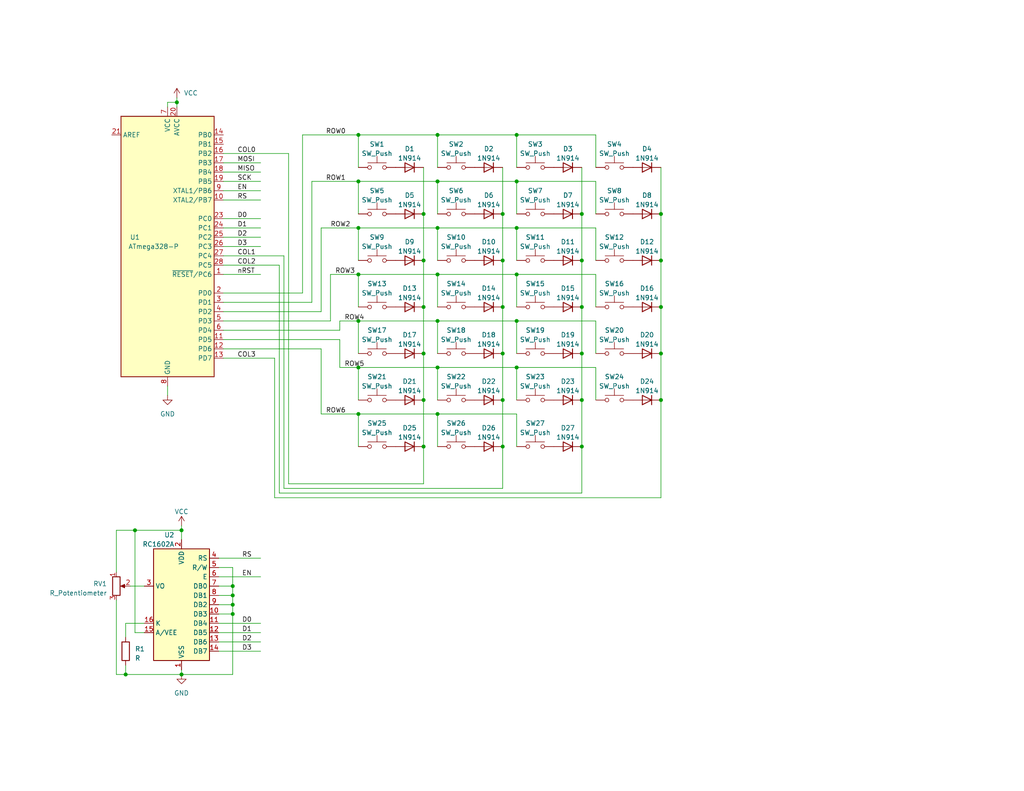
<source format=kicad_sch>
(kicad_sch (version 20230121) (generator eeschema)
  (paper "A")
  (title_block (title "Hex Calculator") (date "2023-04-26") (rev "A") (company "UPCO Graphics Systems") (comment 1 "E. Hazen"))
  (lib_symbols
    (symbol "Device:R" (pin_numbers hide) (pin_names (offset 0))
      (property "Reference" "R" (at 2.032 0 90))
      (property "Value" "R" (at 0 0 90))
      (symbol "R_0_1"
        (rectangle (start -1.016 -2.54) (end 1.016 2.54) (stroke (width 0.254)))
      )
      (symbol "R_1_1"
        (pin passive line (at 0 3.81 270) (length 1.27) (name "~") (number "1"))
        (pin passive line (at 0 -3.81 90) (length 1.27) (name "~") (number "2"))
      )
    )
    (symbol "Device:R_Potentiometer" (pin_names (offset 1.016) hide)
      (property "Reference" "RV" (at -4.445 0 90))
      (property "Value" "R_Potentiometer" (at -2.54 0 90))
      (symbol "R_Potentiometer_0_1"
        (polyline (pts (xy 2.54 0) (xy 1.524 0)))
        (polyline (pts (xy 1.143 0) (xy 2.286 0.508) (xy 2.286 -0.508) (xy 1.143 0)) (fill (type outline)))
        (rectangle (start 1.016 2.54) (end -1.016 -2.54) (stroke (width 0.254)))
      )
      (symbol "R_Potentiometer_1_1"
        (pin passive line (at 0 3.81 270) (length 1.27) (name "1") (number "1"))
        (pin passive line (at 3.81 0 180) (length 1.27) (name "2") (number "2"))
        (pin passive line (at 0 -3.81 90) (length 1.27) (name "3") (number "3"))
      )
    )
    (symbol "Diode:1N914" (pin_numbers hide) (pin_names hide)
      (property "Reference" "D" (at 0 2.54 0))
      (property "Value" "1N914" (at 0 -2.54 0))
      (symbol "1N914_0_1"
        (polyline (pts (xy -1.27 1.27) (xy -1.27 -1.27)) (stroke (width 0.254)))
        (polyline (pts (xy 1.27 0) (xy -1.27 0)))
        (polyline (pts (xy 1.27 1.27) (xy 1.27 -1.27) (xy -1.27 0) (xy 1.27 1.27)) (stroke (width 0.254)))
      )
      (symbol "1N914_1_1"
        (pin passive line (at -3.81 0 0) (length 2.54) (name "K") (number "1"))
        (pin passive line (at 3.81 0 180) (length 2.54) (name "A") (number "2"))
      )
    )
    (symbol "Display_Character:RC1602A"
      (property "Reference" "U" (at -6.35 16.51 0))
      (property "Value" "RC1602A" (at 2.794 16.51 0))
      (symbol "RC1602A_0_1"
        (rectangle (start -7.62 15.24) (end 7.62 -15.24) (stroke (width 0.254)) (fill (type background)))
      )
      (symbol "RC1602A_1_1"
        (pin power_in line (at 0 -17.78 90) (length 2.54) (name "VSS") (number "1"))
        (pin bidirectional line (at -10.16 -2.54 0) (length 2.54) (name "DB3") (number "10"))
        (pin bidirectional line (at -10.16 -5.08 0) (length 2.54) (name "DB4") (number "11"))
        (pin bidirectional line (at -10.16 -7.62 0) (length 2.54) (name "DB5") (number "12"))
        (pin bidirectional line (at -10.16 -10.16 0) (length 2.54) (name "DB6") (number "13"))
        (pin bidirectional line (at -10.16 -12.7 0) (length 2.54) (name "DB7") (number "14"))
        (pin power_in line (at 10.16 -7.62 180) (length 2.54) (name "A/VEE") (number "15"))
        (pin power_in line (at 10.16 -5.08 180) (length 2.54) (name "K") (number "16"))
        (pin power_in line (at 0 17.78 270) (length 2.54) (name "VDD") (number "2"))
        (pin power_in line (at 10.16 5.08 180) (length 2.54) (name "VO") (number "3"))
        (pin input line (at -10.16 12.7 0) (length 2.54) (name "RS") (number "4"))
        (pin input line (at -10.16 10.16 0) (length 2.54) (name "R/W") (number "5"))
        (pin input line (at -10.16 7.62 0) (length 2.54) (name "E") (number "6"))
        (pin bidirectional line (at -10.16 5.08 0) (length 2.54) (name "DB0") (number "7"))
        (pin bidirectional line (at -10.16 2.54 0) (length 2.54) (name "DB1") (number "8"))
        (pin bidirectional line (at -10.16 0 0) (length 2.54) (name "DB2") (number "9"))
      )
    )
    (symbol "MCU_Microchip_ATmega:ATmega328-P"
      (property "Reference" "U" (at -12.7 36.83 0))
      (property "Value" "ATmega328-P" (at 2.54 -36.83 0))
      (symbol "ATmega328-P_0_1"
        (rectangle (start -12.7 -35.56) (end 12.7 35.56) (stroke (width 0.254)) (fill (type background)))
      )
      (symbol "ATmega328-P_1_1"
        (pin bidirectional line (at 15.24 -7.62 180) (length 2.54) (name "~{RESET}/PC6") (number "1"))
        (pin bidirectional line (at 15.24 12.7 180) (length 2.54) (name "XTAL2/PB7") (number "10"))
        (pin bidirectional line (at 15.24 -25.4 180) (length 2.54) (name "PD5") (number "11"))
        (pin bidirectional line (at 15.24 -27.94 180) (length 2.54) (name "PD6") (number "12"))
        (pin bidirectional line (at 15.24 -30.48 180) (length 2.54) (name "PD7") (number "13"))
        (pin bidirectional line (at 15.24 30.48 180) (length 2.54) (name "PB0") (number "14"))
        (pin bidirectional line (at 15.24 27.94 180) (length 2.54) (name "PB1") (number "15"))
        (pin bidirectional line (at 15.24 25.4 180) (length 2.54) (name "PB2") (number "16"))
        (pin bidirectional line (at 15.24 22.86 180) (length 2.54) (name "PB3") (number "17"))
        (pin bidirectional line (at 15.24 20.32 180) (length 2.54) (name "PB4") (number "18"))
        (pin bidirectional line (at 15.24 17.78 180) (length 2.54) (name "PB5") (number "19"))
        (pin bidirectional line (at 15.24 -12.7 180) (length 2.54) (name "PD0") (number "2"))
        (pin power_in line (at 2.54 38.1 270) (length 2.54) (name "AVCC") (number "20"))
        (pin passive line (at -15.24 30.48 0) (length 2.54) (name "AREF") (number "21"))
        (pin passive line (at 0 -38.1 90) (length 2.54) hide (name "GND") (number "22"))
        (pin bidirectional line (at 15.24 7.62 180) (length 2.54) (name "PC0") (number "23"))
        (pin bidirectional line (at 15.24 5.08 180) (length 2.54) (name "PC1") (number "24"))
        (pin bidirectional line (at 15.24 2.54 180) (length 2.54) (name "PC2") (number "25"))
        (pin bidirectional line (at 15.24 0 180) (length 2.54) (name "PC3") (number "26"))
        (pin bidirectional line (at 15.24 -2.54 180) (length 2.54) (name "PC4") (number "27"))
        (pin bidirectional line (at 15.24 -5.08 180) (length 2.54) (name "PC5") (number "28"))
        (pin bidirectional line (at 15.24 -15.24 180) (length 2.54) (name "PD1") (number "3"))
        (pin bidirectional line (at 15.24 -17.78 180) (length 2.54) (name "PD2") (number "4"))
        (pin bidirectional line (at 15.24 -20.32 180) (length 2.54) (name "PD3") (number "5"))
        (pin bidirectional line (at 15.24 -22.86 180) (length 2.54) (name "PD4") (number "6"))
        (pin power_in line (at 0 38.1 270) (length 2.54) (name "VCC") (number "7"))
        (pin power_in line (at 0 -38.1 90) (length 2.54) (name "GND") (number "8"))
        (pin bidirectional line (at 15.24 15.24 180) (length 2.54) (name "XTAL1/PB6") (number "9"))
      )
    )
    (symbol "Switch:SW_Push" (pin_numbers hide) (pin_names (offset 1.016) hide)
      (property "Reference" "SW" (at 1.27 2.54 0))
      (property "Value" "SW_Push" (at 0 -1.524 0))
      (symbol "SW_Push_0_1"
        (circle (center -2.032 0) (radius 0.508))
        (polyline (pts (xy 0 1.27) (xy 0 3.048)))
        (polyline (pts (xy 2.54 1.27) (xy -2.54 1.27)))
        (circle (center 2.032 0) (radius 0.508))
        (pin passive line (at -5.08 0 0) (length 2.54) (name "1") (number "1"))
        (pin passive line (at 5.08 0 180) (length 2.54) (name "2") (number "2"))
      )
    )
    (symbol "power:GND" (power) (pin_names (offset 0))
      (property "Value" "GND" (at 0 -3.81 0))
      (symbol "GND_0_1"
        (polyline (pts (xy 0 0) (xy 0 -1.27) (xy 1.27 -1.27) (xy 0 -2.54) (xy -1.27 -1.27) (xy 0 -1.27)))
      )
      (symbol "GND_1_1"
        (pin power_in line (at 0 0 270) (length 0) hide (name "GND") (number "1"))
      )
    )
    (symbol "power:VCC" (power) (pin_names (offset 0))
      (property "Value" "VCC" (at 0 3.81 0))
      (symbol "VCC_0_1"
        (polyline (pts (xy -0.762 1.27) (xy 0 2.54)))
        (polyline (pts (xy 0 0) (xy 0 2.54)))
        (polyline (pts (xy 0 2.54) (xy 0.762 1.27)))
      )
      (symbol "VCC_1_1"
        (pin power_in line (at 0 0 90) (length 0) hide (name "VCC") (number "1"))
      )
    )
  )
  (junction (at 97.79 74.93))
  (junction (at 140.97 62.23))
  (junction (at 140.97 100.33))
  (junction (at 97.79 87.63))
  (junction (at 115.57 109.22))
  (junction (at 119.38 87.63))
  (junction (at 137.16 58.42))
  (junction (at 63.5 160.02))
  (junction (at 97.79 49.53))
  (junction (at 158.75 83.82))
  (junction (at 137.16 71.12))
  (junction (at 180.34 71.12))
  (junction (at 115.57 96.52))
  (junction (at 63.5 162.56))
  (junction (at 158.75 121.92))
  (junction (at 119.38 100.33))
  (junction (at 140.97 87.63))
  (junction (at 115.57 83.82))
  (junction (at 137.16 109.22))
  (junction (at 115.57 71.12))
  (junction (at 137.16 83.82))
  (junction (at 180.34 109.22))
  (junction (at 180.34 83.82))
  (junction (at 158.75 71.12))
  (junction (at 49.53 184.15))
  (junction (at 158.75 96.52))
  (junction (at 97.79 100.33))
  (junction (at 158.75 109.22))
  (junction (at 115.57 58.42))
  (junction (at 97.79 113.03))
  (junction (at 158.75 58.42))
  (junction (at 140.97 74.93))
  (junction (at 115.57 121.92))
  (junction (at 48.26 27.94))
  (junction (at 119.38 113.03))
  (junction (at 119.38 74.93))
  (junction (at 119.38 62.23))
  (junction (at 63.5 167.64))
  (junction (at 119.38 49.53))
  (junction (at 97.79 36.83))
  (junction (at 34.29 184.15))
  (junction (at 63.5 165.1))
  (junction (at 180.34 96.52))
  (junction (at 49.53 144.78))
  (junction (at 97.79 62.23))
  (junction (at 137.16 96.52))
  (junction (at 137.16 121.92))
  (junction (at 36.83 144.78))
  (junction (at 180.34 58.42))
  (junction (at 140.97 36.83))
  (junction (at 119.38 36.83))
  (junction (at 140.97 49.53))
  (wire (pts (xy 60.96 85.09) (xy 87.63 85.09)))
  (wire (pts (xy 85.09 49.53) (xy 97.79 49.53)))
  (wire (pts (xy 115.57 58.42) (xy 115.57 71.12)))
  (wire (pts (xy 34.29 170.18) (xy 39.37 170.18)))
  (wire (pts (xy 119.38 62.23) (xy 140.97 62.23)))
  (wire (pts (xy 63.5 165.1) (xy 63.5 167.64)))
  (wire (pts (xy 87.63 113.03) (xy 97.79 113.03)))
  (wire (pts (xy 137.16 121.92) (xy 137.16 133.35)))
  (wire (pts (xy 60.96 62.23) (xy 71.12 62.23)))
  (wire (pts (xy 140.97 100.33) (xy 162.56 100.33)))
  (wire (pts (xy 140.97 113.03) (xy 140.97 121.92)))
  (wire (pts (xy 92.71 92.71) (xy 92.71 100.33)))
  (wire (pts (xy 115.57 121.92) (xy 115.57 132.08)))
  (wire (pts (xy 97.79 100.33) (xy 119.38 100.33)))
  (wire (pts (xy 140.97 36.83) (xy 162.56 36.83)))
  (wire (pts (xy 49.53 144.78) (xy 49.53 147.32)))
  (wire (pts (xy 60.96 87.63) (xy 90.17 87.63)))
  (wire (pts (xy 97.79 87.63) (xy 119.38 87.63)))
  (wire (pts (xy 59.69 160.02) (xy 63.5 160.02)))
  (wire (pts (xy 59.69 167.64) (xy 63.5 167.64)))
  (wire (pts (xy 158.75 109.22) (xy 158.75 121.92)))
  (wire (pts (xy 158.75 45.72) (xy 158.75 58.42)))
  (wire (pts (xy 119.38 74.93) (xy 140.97 74.93)))
  (wire (pts (xy 97.79 113.03) (xy 119.38 113.03)))
  (wire (pts (xy 63.5 167.64) (xy 63.5 184.15)))
  (wire (pts (xy 162.56 49.53) (xy 162.56 58.42)))
  (wire (pts (xy 140.97 36.83) (xy 140.97 45.72)))
  (wire (pts (xy 140.97 74.93) (xy 162.56 74.93)))
  (wire (pts (xy 158.75 71.12) (xy 158.75 83.82)))
  (wire (pts (xy 92.71 87.63) (xy 97.79 87.63)))
  (wire (pts (xy 137.16 58.42) (xy 137.16 71.12)))
  (wire (pts (xy 97.79 74.93) (xy 119.38 74.93)))
  (wire (pts (xy 115.57 83.82) (xy 115.57 96.52)))
  (wire (pts (xy 97.79 36.83) (xy 97.79 45.72)))
  (wire (pts (xy 60.96 59.69) (xy 71.12 59.69)))
  (wire (pts (xy 158.75 58.42) (xy 158.75 71.12)))
  (wire (pts (xy 36.83 144.78) (xy 49.53 144.78)))
  (wire (pts (xy 78.74 132.08) (xy 115.57 132.08)))
  (wire (pts (xy 140.97 87.63) (xy 162.56 87.63)))
  (wire (pts (xy 115.57 45.72) (xy 115.57 58.42)))
  (wire (pts (xy 59.69 177.8) (xy 71.12 177.8)))
  (wire (pts (xy 49.53 184.15) (xy 63.5 184.15)))
  (wire (pts (xy 119.38 87.63) (xy 119.38 96.52)))
  (wire (pts (xy 35.56 160.02) (xy 39.37 160.02)))
  (wire (pts (xy 36.83 172.72) (xy 36.83 144.78)))
  (wire (pts (xy 158.75 96.52) (xy 158.75 109.22)))
  (wire (pts (xy 180.34 58.42) (xy 180.34 71.12)))
  (wire (pts (xy 137.16 83.82) (xy 137.16 96.52)))
  (wire (pts (xy 82.55 80.01) (xy 82.55 36.83)))
  (wire (pts (xy 31.75 144.78) (xy 36.83 144.78)))
  (wire (pts (xy 31.75 184.15) (xy 34.29 184.15)))
  (wire (pts (xy 59.69 165.1) (xy 63.5 165.1)))
  (wire (pts (xy 60.96 44.45) (xy 71.12 44.45)))
  (wire (pts (xy 60.96 97.79) (xy 74.93 97.79)))
  (wire (pts (xy 162.56 36.83) (xy 162.56 45.72)))
  (wire (pts (xy 60.96 90.17) (xy 92.71 90.17)))
  (wire (pts (xy 78.74 41.91) (xy 60.96 41.91)))
  (wire (pts (xy 48.26 27.94) (xy 48.26 29.21)))
  (wire (pts (xy 137.16 109.22) (xy 137.16 121.92)))
  (wire (pts (xy 90.17 87.63) (xy 90.17 74.93)))
  (wire (pts (xy 85.09 82.55) (xy 85.09 49.53)))
  (wire (pts (xy 140.97 87.63) (xy 140.97 96.52)))
  (wire (pts (xy 162.56 100.33) (xy 162.56 109.22)))
  (wire (pts (xy 119.38 36.83) (xy 119.38 45.72)))
  (wire (pts (xy 34.29 184.15) (xy 49.53 184.15)))
  (wire (pts (xy 180.34 83.82) (xy 180.34 96.52)))
  (wire (pts (xy 59.69 154.94) (xy 63.5 154.94)))
  (wire (pts (xy 31.75 163.83) (xy 31.75 184.15)))
  (wire (pts (xy 119.38 62.23) (xy 119.38 71.12)))
  (wire (pts (xy 119.38 74.93) (xy 119.38 83.82)))
  (wire (pts (xy 59.69 172.72) (xy 71.12 172.72)))
  (wire (pts (xy 97.79 49.53) (xy 119.38 49.53)))
  (wire (pts (xy 158.75 83.82) (xy 158.75 96.52)))
  (wire (pts (xy 60.96 72.39) (xy 76.2 72.39)))
  (wire (pts (xy 45.72 27.94) (xy 48.26 27.94)))
  (wire (pts (xy 87.63 62.23) (xy 97.79 62.23)))
  (wire (pts (xy 115.57 96.52) (xy 115.57 109.22)))
  (wire (pts (xy 60.96 92.71) (xy 92.71 92.71)))
  (wire (pts (xy 63.5 154.94) (xy 63.5 160.02)))
  (wire (pts (xy 140.97 49.53) (xy 140.97 58.42)))
  (wire (pts (xy 180.34 45.72) (xy 180.34 58.42)))
  (wire (pts (xy 78.74 41.91) (xy 78.74 132.08)))
  (wire (pts (xy 60.96 69.85) (xy 77.47 69.85)))
  (wire (pts (xy 49.53 182.88) (xy 49.53 184.15)))
  (wire (pts (xy 180.34 109.22) (xy 180.34 135.89)))
  (wire (pts (xy 34.29 181.61) (xy 34.29 184.15)))
  (wire (pts (xy 49.53 143.51) (xy 49.53 144.78)))
  (wire (pts (xy 140.97 62.23) (xy 162.56 62.23)))
  (wire (pts (xy 119.38 113.03) (xy 140.97 113.03)))
  (wire (pts (xy 180.34 96.52) (xy 180.34 109.22)))
  (wire (pts (xy 87.63 85.09) (xy 87.63 62.23)))
  (wire (pts (xy 31.75 156.21) (xy 31.75 144.78)))
  (wire (pts (xy 45.72 105.41) (xy 45.72 107.95)))
  (wire (pts (xy 48.26 26.67) (xy 48.26 27.94)))
  (wire (pts (xy 158.75 121.92) (xy 158.75 134.62)))
  (wire (pts (xy 137.16 71.12) (xy 137.16 83.82)))
  (wire (pts (xy 77.47 133.35) (xy 137.16 133.35)))
  (wire (pts (xy 92.71 100.33) (xy 97.79 100.33)))
  (wire (pts (xy 60.96 52.07) (xy 71.12 52.07)))
  (wire (pts (xy 39.37 172.72) (xy 36.83 172.72)))
  (wire (pts (xy 45.72 29.21) (xy 45.72 27.94)))
  (wire (pts (xy 77.47 69.85) (xy 77.47 133.35)))
  (wire (pts (xy 140.97 100.33) (xy 140.97 109.22)))
  (wire (pts (xy 74.93 97.79) (xy 74.93 135.89)))
  (wire (pts (xy 59.69 170.18) (xy 71.12 170.18)))
  (wire (pts (xy 140.97 62.23) (xy 140.97 71.12)))
  (wire (pts (xy 97.79 49.53) (xy 97.79 58.42)))
  (wire (pts (xy 60.96 95.25) (xy 87.63 95.25)))
  (wire (pts (xy 59.69 162.56) (xy 63.5 162.56)))
  (wire (pts (xy 76.2 134.62) (xy 158.75 134.62)))
  (wire (pts (xy 140.97 49.53) (xy 162.56 49.53)))
  (wire (pts (xy 59.69 157.48) (xy 71.12 157.48)))
  (wire (pts (xy 119.38 49.53) (xy 119.38 58.42)))
  (wire (pts (xy 90.17 74.93) (xy 97.79 74.93)))
  (wire (pts (xy 60.96 80.01) (xy 82.55 80.01)))
  (wire (pts (xy 74.93 135.89) (xy 180.34 135.89)))
  (wire (pts (xy 137.16 96.52) (xy 137.16 109.22)))
  (wire (pts (xy 119.38 100.33) (xy 119.38 109.22)))
  (wire (pts (xy 87.63 95.25) (xy 87.63 113.03)))
  (wire (pts (xy 92.71 90.17) (xy 92.71 87.63)))
  (wire (pts (xy 63.5 160.02) (xy 63.5 162.56)))
  (wire (pts (xy 76.2 72.39) (xy 76.2 134.62)))
  (wire (pts (xy 60.96 49.53) (xy 71.12 49.53)))
  (wire (pts (xy 34.29 173.99) (xy 34.29 170.18)))
  (wire (pts (xy 137.16 45.72) (xy 137.16 58.42)))
  (wire (pts (xy 60.96 54.61) (xy 71.12 54.61)))
  (wire (pts (xy 60.96 82.55) (xy 85.09 82.55)))
  (wire (pts (xy 97.79 100.33) (xy 97.79 109.22)))
  (wire (pts (xy 97.79 87.63) (xy 97.79 96.52)))
  (wire (pts (xy 162.56 62.23) (xy 162.56 71.12)))
  (wire (pts (xy 97.79 62.23) (xy 119.38 62.23)))
  (wire (pts (xy 60.96 67.31) (xy 71.12 67.31)))
  (wire (pts (xy 119.38 49.53) (xy 140.97 49.53)))
  (wire (pts (xy 140.97 74.93) (xy 140.97 83.82)))
  (wire (pts (xy 59.69 175.26) (xy 71.12 175.26)))
  (wire (pts (xy 60.96 46.99) (xy 71.12 46.99)))
  (wire (pts (xy 97.79 62.23) (xy 97.79 71.12)))
  (wire (pts (xy 180.34 71.12) (xy 180.34 83.82)))
  (wire (pts (xy 119.38 113.03) (xy 119.38 121.92)))
  (wire (pts (xy 97.79 113.03) (xy 97.79 121.92)))
  (wire (pts (xy 59.69 152.4) (xy 71.12 152.4)))
  (wire (pts (xy 82.55 36.83) (xy 97.79 36.83)))
  (wire (pts (xy 60.96 64.77) (xy 71.12 64.77)))
  (wire (pts (xy 115.57 109.22) (xy 115.57 121.92)))
  (wire (pts (xy 97.79 36.83) (xy 119.38 36.83)))
  (wire (pts (xy 162.56 74.93) (xy 162.56 83.82)))
  (wire (pts (xy 119.38 100.33) (xy 140.97 100.33)))
  (wire (pts (xy 60.96 74.93) (xy 71.12 74.93)))
  (wire (pts (xy 97.79 74.93) (xy 97.79 83.82)))
  (wire (pts (xy 115.57 71.12) (xy 115.57 83.82)))
  (wire (pts (xy 119.38 36.83) (xy 140.97 36.83)))
  (wire (pts (xy 63.5 162.56) (xy 63.5 165.1)))
  (wire (pts (xy 119.38 87.63) (xy 140.97 87.63)))
  (wire (pts (xy 162.56 87.63) (xy 162.56 96.52)))
  (label "COL2" (at 64.77 72.39 0))
  (label "EN" (at 66.04 157.48 0))
  (label "COL3" (at 64.77 97.79 0))
  (label "ROW1" (at 88.9 49.53 0))
  (label "D0" (at 66.04 170.18 0))
  (label "ROW3" (at 91.44 74.93 0))
  (label "nRST" (at 64.77 74.93 0))
  (label "RS" (at 64.77 54.61 0))
  (label "D3" (at 66.04 177.8 0))
  (label "COL0" (at 64.77 41.91 0))
  (label "D1" (at 66.04 172.72 0))
  (label "D3" (at 64.77 67.31 0))
  (label "ROW0" (at 88.9 36.83 0))
  (label "ROW5" (at 93.98 100.33 0))
  (label "RS" (at 66.04 152.4 0))
  (label "ROW4" (at 93.98 87.63 0))
  (label "D1" (at 64.77 62.23 0))
  (label "D0" (at 64.77 59.69 0))
  (label "SCK" (at 64.77 49.53 0))
  (label "D2" (at 66.04 175.26 0))
  (label "ROW2" (at 90.17 62.23 0))
  (label "EN" (at 64.77 52.07 0))
  (label "D2" (at 64.77 64.77 0))
  (label "MOSI" (at 64.77 44.45 0))
  (label "MISO" (at 64.77 46.99 0))
  (label "COL1" (at 64.77 69.85 0))
  (label "ROW6" (at 88.9 113.03 0))
  (symbol (lib_id "Display_Character:RC1602A") (at 49.53 165.1 0) (mirror y) (unit 1)
    (property "Reference" "U2" (at 47.5741 146.05 0) (effects (justify left)))
    (property "Value" "RC1602A" (at 47.5741 148.59 0) (effects (justify left)))
    (property "Footprint" "Display:WC1602A" (effects hide))
    (property "Datasheet" "http://www.raystar-optronics.com/down.php?ProID=18" (effects hide))
  )
  (symbol (lib_id "Switch:SW_Push") (at 102.87 96.52 0) (unit 1)
    (property "Reference" "SW17" (at 102.87 90.17 0))
    (property "Value" "SW_Push" (at 102.87 92.71 0))
    (property "Footprint" "Button_Switch_Keyboard:SW_Cherry_MX_1.00u_PCB" (effects hide))
  )
  (symbol (lib_id "MCU_Microchip_ATmega:ATmega328-P") (at 45.72 67.31 0) (unit 1)
    (property "Reference" "U1" (at 36.83 64.77 0))
    (property "Value" "ATmega328-P" (at 41.91 67.31 0))
    (property "Footprint" "Package_DIP:DIP-28_W7.62mm" (effects hide))
    (property "Datasheet" "http://ww1.microchip.com/downloads/en/DeviceDoc/ATmega328_P%20AVR%20MCU%20with%20picoPower%20Technology%20Data%20Sheet%2040001984A.pdf" (effects hide))
  )
  (symbol (lib_id "Switch:SW_Push") (at 146.05 109.22 0) (unit 1)
    (property "Reference" "SW23" (at 146.05 102.87 0))
    (property "Value" "SW_Push" (at 146.05 105.41 0))
    (property "Footprint" "Button_Switch_Keyboard:SW_Cherry_MX_1.00u_PCB" (effects hide))
  )
  (symbol (lib_id "Switch:SW_Push") (at 102.87 109.22 0) (unit 1)
    (property "Reference" "SW21" (at 102.87 102.87 0))
    (property "Value" "SW_Push" (at 102.87 105.41 0))
    (property "Footprint" "Button_Switch_Keyboard:SW_Cherry_MX_1.00u_PCB" (effects hide))
  )
  (symbol (lib_id "Diode:1N914") (at 133.35 109.22 180) (unit 1)
    (property "Reference" "D22" (at 133.35 104.14 0))
    (property "Value" "1N914" (at 133.35 106.68 0))
    (property "Footprint" "Diode_THT:D_DO-35_SOD27_P7.62mm_Horizontal" (effects hide))
    (property "Datasheet" "http://www.vishay.com/docs/85622/1n914.pdf" (effects hide))
    (property "Sim.Device" "D" (effects hide))
    (property "Sim.Pins" "1=K 2=A" (effects hide))
  )
  (symbol (lib_id "Switch:SW_Push") (at 146.05 83.82 0) (unit 1)
    (property "Reference" "SW15" (at 146.05 77.47 0))
    (property "Value" "SW_Push" (at 146.05 80.01 0))
    (property "Footprint" "Button_Switch_Keyboard:SW_Cherry_MX_1.00u_PCB" (effects hide))
  )
  (symbol (lib_id "Switch:SW_Push") (at 124.46 96.52 0) (unit 1)
    (property "Reference" "SW18" (at 124.46 90.17 0))
    (property "Value" "SW_Push" (at 124.46 92.71 0))
    (property "Footprint" "Button_Switch_Keyboard:SW_Cherry_MX_1.00u_PCB" (effects hide))
  )
  (symbol (lib_id "Switch:SW_Push") (at 167.64 109.22 0) (unit 1)
    (property "Reference" "SW24" (at 167.64 102.87 0))
    (property "Value" "SW_Push" (at 167.64 105.41 0))
    (property "Footprint" "Button_Switch_Keyboard:SW_Cherry_MX_1.00u_PCB" (effects hide))
  )
  (symbol (lib_id "Diode:1N914") (at 133.35 45.72 180) (unit 1)
    (property "Reference" "D2" (at 133.35 40.64 0))
    (property "Value" "1N914" (at 133.35 43.18 0))
    (property "Footprint" "Diode_THT:D_DO-35_SOD27_P7.62mm_Horizontal" (effects hide))
    (property "Datasheet" "http://www.vishay.com/docs/85622/1n914.pdf" (effects hide))
    (property "Sim.Device" "D" (effects hide))
    (property "Sim.Pins" "1=K 2=A" (effects hide))
  )
  (symbol (lib_id "Diode:1N914") (at 154.94 96.52 180) (unit 1)
    (property "Reference" "D19" (at 154.94 91.44 0))
    (property "Value" "1N914" (at 154.94 93.98 0))
    (property "Footprint" "Diode_THT:D_DO-35_SOD27_P7.62mm_Horizontal" (effects hide))
    (property "Datasheet" "http://www.vishay.com/docs/85622/1n914.pdf" (effects hide))
    (property "Sim.Device" "D" (effects hide))
    (property "Sim.Pins" "1=K 2=A" (effects hide))
  )
  (symbol (lib_id "Diode:1N914") (at 154.94 109.22 180) (unit 1)
    (property "Reference" "D23" (at 154.94 104.14 0))
    (property "Value" "1N914" (at 154.94 106.68 0))
    (property "Footprint" "Diode_THT:D_DO-35_SOD27_P7.62mm_Horizontal" (effects hide))
    (property "Datasheet" "http://www.vishay.com/docs/85622/1n914.pdf" (effects hide))
    (property "Sim.Device" "D" (effects hide))
    (property "Sim.Pins" "1=K 2=A" (effects hide))
  )
  (symbol (lib_id "power:VCC") (at 48.26 26.67 0) (unit 1)
    (property "Reference" "#PWR01" (effects hide))
    (property "Value" "VCC" (at 52.07 25.4 0))
  )
  (symbol (lib_id "Switch:SW_Push") (at 102.87 83.82 0) (unit 1)
    (property "Reference" "SW13" (at 102.87 77.47 0))
    (property "Value" "SW_Push" (at 102.87 80.01 0))
    (property "Footprint" "Button_Switch_Keyboard:SW_Cherry_MX_1.00u_PCB" (effects hide))
  )
  (symbol (lib_id "Diode:1N914") (at 111.76 71.12 180) (unit 1)
    (property "Reference" "D9" (at 111.76 66.04 0))
    (property "Value" "1N914" (at 111.76 68.58 0))
    (property "Footprint" "Diode_THT:D_DO-35_SOD27_P7.62mm_Horizontal" (effects hide))
    (property "Datasheet" "http://www.vishay.com/docs/85622/1n914.pdf" (effects hide))
    (property "Sim.Device" "D" (effects hide))
    (property "Sim.Pins" "1=K 2=A" (effects hide))
  )
  (symbol (lib_id "power:VCC") (at 49.53 143.51 0) (unit 1)
    (property "Reference" "#PWR03" (effects hide))
    (property "Value" "VCC" (at 49.53 139.7 0))
  )
  (symbol (lib_id "Switch:SW_Push") (at 146.05 45.72 0) (unit 1)
    (property "Reference" "SW3" (at 146.05 39.37 0))
    (property "Value" "SW_Push" (at 146.05 41.91 0))
    (property "Footprint" "Button_Switch_Keyboard:SW_Cherry_MX_1.00u_PCB" (effects hide))
  )
  (symbol (lib_id "Switch:SW_Push") (at 102.87 58.42 0) (unit 1)
    (property "Reference" "SW5" (at 102.87 52.07 0))
    (property "Value" "SW_Push" (at 102.87 54.61 0))
    (property "Footprint" "Button_Switch_Keyboard:SW_Cherry_MX_1.00u_PCB" (effects hide))
  )
  (symbol (lib_id "Diode:1N914") (at 176.53 45.72 180) (unit 1)
    (property "Reference" "D4" (at 176.53 40.64 0))
    (property "Value" "1N914" (at 176.53 43.18 0))
    (property "Footprint" "Diode_THT:D_DO-35_SOD27_P7.62mm_Horizontal" (effects hide))
    (property "Datasheet" "http://www.vishay.com/docs/85622/1n914.pdf" (effects hide))
    (property "Sim.Device" "D" (effects hide))
    (property "Sim.Pins" "1=K 2=A" (effects hide))
  )
  (symbol (lib_id "Switch:SW_Push") (at 146.05 71.12 0) (unit 1)
    (property "Reference" "SW11" (at 146.05 64.77 0))
    (property "Value" "SW_Push" (at 146.05 67.31 0))
    (property "Footprint" "Button_Switch_Keyboard:SW_Cherry_MX_1.00u_PCB" (effects hide))
  )
  (symbol (lib_id "Diode:1N914") (at 111.76 109.22 180) (unit 1)
    (property "Reference" "D21" (at 111.76 104.14 0))
    (property "Value" "1N914" (at 111.76 106.68 0))
    (property "Footprint" "Diode_THT:D_DO-35_SOD27_P7.62mm_Horizontal" (effects hide))
    (property "Datasheet" "http://www.vishay.com/docs/85622/1n914.pdf" (effects hide))
    (property "Sim.Device" "D" (effects hide))
    (property "Sim.Pins" "1=K 2=A" (effects hide))
  )
  (symbol (lib_id "Diode:1N914") (at 176.53 71.12 180) (unit 1)
    (property "Reference" "D12" (at 176.53 66.04 0))
    (property "Value" "1N914" (at 176.53 68.58 0))
    (property "Footprint" "Diode_THT:D_DO-35_SOD27_P7.62mm_Horizontal" (effects hide))
    (property "Datasheet" "http://www.vishay.com/docs/85622/1n914.pdf" (effects hide))
    (property "Sim.Device" "D" (effects hide))
    (property "Sim.Pins" "1=K 2=A" (effects hide))
  )
  (symbol (lib_id "Diode:1N914") (at 133.35 71.12 180) (unit 1)
    (property "Reference" "D10" (at 133.35 66.04 0))
    (property "Value" "1N914" (at 133.35 68.58 0))
    (property "Footprint" "Diode_THT:D_DO-35_SOD27_P7.62mm_Horizontal" (effects hide))
    (property "Datasheet" "http://www.vishay.com/docs/85622/1n914.pdf" (effects hide))
    (property "Sim.Device" "D" (effects hide))
    (property "Sim.Pins" "1=K 2=A" (effects hide))
  )
  (symbol (lib_id "Switch:SW_Push") (at 167.64 58.42 0) (unit 1)
    (property "Reference" "SW8" (at 167.64 52.07 0))
    (property "Value" "SW_Push" (at 167.64 54.61 0))
    (property "Footprint" "Button_Switch_Keyboard:SW_Cherry_MX_1.00u_PCB" (effects hide))
  )
  (symbol (lib_id "Diode:1N914") (at 176.53 83.82 180) (unit 1)
    (property "Reference" "D16" (at 176.53 78.74 0))
    (property "Value" "1N914" (at 176.53 81.28 0))
    (property "Footprint" "Diode_THT:D_DO-35_SOD27_P7.62mm_Horizontal" (effects hide))
    (property "Datasheet" "http://www.vishay.com/docs/85622/1n914.pdf" (effects hide))
    (property "Sim.Device" "D" (effects hide))
    (property "Sim.Pins" "1=K 2=A" (effects hide))
  )
  (symbol (lib_id "Switch:SW_Push") (at 102.87 121.92 0) (unit 1)
    (property "Reference" "SW25" (at 102.87 115.57 0))
    (property "Value" "SW_Push" (at 102.87 118.11 0))
    (property "Footprint" "Button_Switch_Keyboard:SW_Cherry_MX_1.00u_PCB" (effects hide))
  )
  (symbol (lib_id "Switch:SW_Push") (at 167.64 71.12 0) (unit 1)
    (property "Reference" "SW12" (at 167.64 64.77 0))
    (property "Value" "SW_Push" (at 167.64 67.31 0))
    (property "Footprint" "Button_Switch_Keyboard:SW_Cherry_MX_1.00u_PCB" (effects hide))
  )
  (symbol (lib_id "Diode:1N914") (at 154.94 71.12 180) (unit 1)
    (property "Reference" "D11" (at 154.94 66.04 0))
    (property "Value" "1N914" (at 154.94 68.58 0))
    (property "Footprint" "Diode_THT:D_DO-35_SOD27_P7.62mm_Horizontal" (effects hide))
    (property "Datasheet" "http://www.vishay.com/docs/85622/1n914.pdf" (effects hide))
    (property "Sim.Device" "D" (effects hide))
    (property "Sim.Pins" "1=K 2=A" (effects hide))
  )
  (symbol (lib_id "Diode:1N914") (at 133.35 121.92 180) (unit 1)
    (property "Reference" "D26" (at 133.35 116.84 0))
    (property "Value" "1N914" (at 133.35 119.38 0))
    (property "Footprint" "Diode_THT:D_DO-35_SOD27_P7.62mm_Horizontal" (effects hide))
    (property "Datasheet" "http://www.vishay.com/docs/85622/1n914.pdf" (effects hide))
    (property "Sim.Device" "D" (effects hide))
    (property "Sim.Pins" "1=K 2=A" (effects hide))
  )
  (symbol (lib_id "Switch:SW_Push") (at 102.87 45.72 0) (unit 1)
    (property "Reference" "SW1" (at 102.87 39.37 0))
    (property "Value" "SW_Push" (at 102.87 41.91 0))
    (property "Footprint" "Button_Switch_Keyboard:SW_Cherry_MX_1.00u_PCB" (effects hide))
  )
  (symbol (lib_id "Switch:SW_Push") (at 124.46 109.22 0) (unit 1)
    (property "Reference" "SW22" (at 124.46 102.87 0))
    (property "Value" "SW_Push" (at 124.46 105.41 0))
    (property "Footprint" "Button_Switch_Keyboard:SW_Cherry_MX_1.00u_PCB" (effects hide))
  )
  (symbol (lib_id "Device:R") (at 34.29 177.8 0) (unit 1)
    (property "Reference" "R1" (at 36.83 177.165 0) (effects (justify left)))
    (property "Value" "R" (at 36.83 179.705 0) (effects (justify left)))
    (property "Footprint" "Resistor_THT:R_Axial_DIN0207_L6.3mm_D2.5mm_P7.62mm_Horizontal" (effects hide))
  )
  (symbol (lib_id "Switch:SW_Push") (at 167.64 96.52 0) (unit 1)
    (property "Reference" "SW20" (at 167.64 90.17 0))
    (property "Value" "SW_Push" (at 167.64 92.71 0))
    (property "Footprint" "Button_Switch_Keyboard:SW_Cherry_MX_1.00u_PCB" (effects hide))
  )
  (symbol (lib_id "Diode:1N914") (at 133.35 96.52 180) (unit 1)
    (property "Reference" "D18" (at 133.35 91.44 0))
    (property "Value" "1N914" (at 133.35 93.98 0))
    (property "Footprint" "Diode_THT:D_DO-35_SOD27_P7.62mm_Horizontal" (effects hide))
    (property "Datasheet" "http://www.vishay.com/docs/85622/1n914.pdf" (effects hide))
    (property "Sim.Device" "D" (effects hide))
    (property "Sim.Pins" "1=K 2=A" (effects hide))
  )
  (symbol (lib_id "Diode:1N914") (at 154.94 121.92 180) (unit 1)
    (property "Reference" "D27" (at 154.94 116.84 0))
    (property "Value" "1N914" (at 154.94 119.38 0))
    (property "Footprint" "Diode_THT:D_DO-35_SOD27_P7.62mm_Horizontal" (effects hide))
    (property "Datasheet" "http://www.vishay.com/docs/85622/1n914.pdf" (effects hide))
    (property "Sim.Device" "D" (effects hide))
    (property "Sim.Pins" "1=K 2=A" (effects hide))
  )
  (symbol (lib_id "Diode:1N914") (at 111.76 83.82 180) (unit 1)
    (property "Reference" "D13" (at 111.76 78.74 0))
    (property "Value" "1N914" (at 111.76 81.28 0))
    (property "Footprint" "Diode_THT:D_DO-35_SOD27_P7.62mm_Horizontal" (effects hide))
    (property "Datasheet" "http://www.vishay.com/docs/85622/1n914.pdf" (effects hide))
    (property "Sim.Device" "D" (effects hide))
    (property "Sim.Pins" "1=K 2=A" (effects hide))
  )
  (symbol (lib_id "power:GND") (at 45.72 107.95 0) (unit 1)
    (property "Reference" "#PWR02" (effects hide))
    (property "Value" "GND" (at 45.72 113.03 0))
  )
  (symbol (lib_id "Diode:1N914") (at 133.35 83.82 180) (unit 1)
    (property "Reference" "D14" (at 133.35 78.74 0))
    (property "Value" "1N914" (at 133.35 81.28 0))
    (property "Footprint" "Diode_THT:D_DO-35_SOD27_P7.62mm_Horizontal" (effects hide))
    (property "Datasheet" "http://www.vishay.com/docs/85622/1n914.pdf" (effects hide))
    (property "Sim.Device" "D" (effects hide))
    (property "Sim.Pins" "1=K 2=A" (effects hide))
  )
  (symbol (lib_id "Device:R_Potentiometer") (at 31.75 160.02 0) (unit 1)
    (property "Reference" "RV1" (at 29.21 159.385 0) (effects (justify right)))
    (property "Value" "R_Potentiometer" (at 29.21 161.925 0) (effects (justify right)))
    (property "Footprint" "Potentiometer_THT:Potentiometer_Bourns_3266P_Horizontal" (effects hide))
  )
  (symbol (lib_id "Diode:1N914") (at 111.76 96.52 180) (unit 1)
    (property "Reference" "D17" (at 111.76 91.44 0))
    (property "Value" "1N914" (at 111.76 93.98 0))
    (property "Footprint" "Diode_THT:D_DO-35_SOD27_P7.62mm_Horizontal" (effects hide))
    (property "Datasheet" "http://www.vishay.com/docs/85622/1n914.pdf" (effects hide))
    (property "Sim.Device" "D" (effects hide))
    (property "Sim.Pins" "1=K 2=A" (effects hide))
  )
  (symbol (lib_id "Diode:1N914") (at 111.76 121.92 180) (unit 1)
    (property "Reference" "D25" (at 111.76 116.84 0))
    (property "Value" "1N914" (at 111.76 119.38 0))
    (property "Footprint" "Diode_THT:D_DO-35_SOD27_P7.62mm_Horizontal" (effects hide))
    (property "Datasheet" "http://www.vishay.com/docs/85622/1n914.pdf" (effects hide))
    (property "Sim.Device" "D" (effects hide))
    (property "Sim.Pins" "1=K 2=A" (effects hide))
  )
  (symbol (lib_id "Diode:1N914") (at 154.94 83.82 180) (unit 1)
    (property "Reference" "D15" (at 154.94 78.74 0))
    (property "Value" "1N914" (at 154.94 81.28 0))
    (property "Footprint" "Diode_THT:D_DO-35_SOD27_P7.62mm_Horizontal" (effects hide))
    (property "Datasheet" "http://www.vishay.com/docs/85622/1n914.pdf" (effects hide))
    (property "Sim.Device" "D" (effects hide))
    (property "Sim.Pins" "1=K 2=A" (effects hide))
  )
  (symbol (lib_id "Diode:1N914") (at 154.94 58.42 180) (unit 1)
    (property "Reference" "D7" (at 154.94 53.34 0))
    (property "Value" "1N914" (at 154.94 55.88 0))
    (property "Footprint" "Diode_THT:D_DO-35_SOD27_P7.62mm_Horizontal" (effects hide))
    (property "Datasheet" "http://www.vishay.com/docs/85622/1n914.pdf" (effects hide))
    (property "Sim.Device" "D" (effects hide))
    (property "Sim.Pins" "1=K 2=A" (effects hide))
  )
  (symbol (lib_id "Diode:1N914") (at 176.53 58.42 180) (unit 1)
    (property "Reference" "D8" (at 176.53 53.34 0))
    (property "Value" "1N914" (at 176.53 55.88 0))
    (property "Footprint" "Diode_THT:D_DO-35_SOD27_P7.62mm_Horizontal" (effects hide))
    (property "Datasheet" "http://www.vishay.com/docs/85622/1n914.pdf" (effects hide))
    (property "Sim.Device" "D" (effects hide))
    (property "Sim.Pins" "1=K 2=A" (effects hide))
  )
  (symbol (lib_id "power:GND") (at 49.53 184.15 0) (unit 1)
    (property "Reference" "#PWR04" (effects hide))
    (property "Value" "GND" (at 49.53 189.23 0))
  )
  (symbol (lib_id "Switch:SW_Push") (at 124.46 83.82 0) (unit 1)
    (property "Reference" "SW14" (at 124.46 77.47 0))
    (property "Value" "SW_Push" (at 124.46 80.01 0))
    (property "Footprint" "Button_Switch_Keyboard:SW_Cherry_MX_1.00u_PCB" (effects hide))
  )
  (symbol (lib_id "Switch:SW_Push") (at 146.05 96.52 0) (unit 1)
    (property "Reference" "SW19" (at 146.05 90.17 0))
    (property "Value" "SW_Push" (at 146.05 92.71 0))
    (property "Footprint" "Button_Switch_Keyboard:SW_Cherry_MX_1.00u_PCB" (effects hide))
  )
  (symbol (lib_id "Switch:SW_Push") (at 124.46 45.72 0) (unit 1)
    (property "Reference" "SW2" (at 124.46 39.37 0))
    (property "Value" "SW_Push" (at 124.46 41.91 0))
    (property "Footprint" "Button_Switch_Keyboard:SW_Cherry_MX_1.00u_PCB" (effects hide))
  )
  (symbol (lib_id "Diode:1N914") (at 176.53 96.52 180) (unit 1)
    (property "Reference" "D20" (at 176.53 91.44 0))
    (property "Value" "1N914" (at 176.53 93.98 0))
    (property "Footprint" "Diode_THT:D_DO-35_SOD27_P7.62mm_Horizontal" (effects hide))
    (property "Datasheet" "http://www.vishay.com/docs/85622/1n914.pdf" (effects hide))
    (property "Sim.Device" "D" (effects hide))
    (property "Sim.Pins" "1=K 2=A" (effects hide))
  )
  (symbol (lib_id "Diode:1N914") (at 154.94 45.72 180) (unit 1)
    (property "Reference" "D3" (at 154.94 40.64 0))
    (property "Value" "1N914" (at 154.94 43.18 0))
    (property "Footprint" "Diode_THT:D_DO-35_SOD27_P7.62mm_Horizontal" (effects hide))
    (property "Datasheet" "http://www.vishay.com/docs/85622/1n914.pdf" (effects hide))
    (property "Sim.Device" "D" (effects hide))
    (property "Sim.Pins" "1=K 2=A" (effects hide))
  )
  (symbol (lib_id "Switch:SW_Push") (at 146.05 58.42 0) (unit 1)
    (property "Reference" "SW7" (at 146.05 52.07 0))
    (property "Value" "SW_Push" (at 146.05 54.61 0))
    (property "Footprint" "Button_Switch_Keyboard:SW_Cherry_MX_1.00u_PCB" (effects hide))
  )
  (symbol (lib_id "Switch:SW_Push") (at 124.46 71.12 0) (unit 1)
    (property "Reference" "SW10" (at 124.46 64.77 0))
    (property "Value" "SW_Push" (at 124.46 67.31 0))
    (property "Footprint" "Button_Switch_Keyboard:SW_Cherry_MX_1.00u_PCB" (effects hide))
  )
  (symbol (lib_id "Switch:SW_Push") (at 102.87 71.12 0) (unit 1)
    (property "Reference" "SW9" (at 102.87 64.77 0))
    (property "Value" "SW_Push" (at 102.87 67.31 0))
    (property "Footprint" "Button_Switch_Keyboard:SW_Cherry_MX_1.00u_PCB" (effects hide))
  )
  (symbol (lib_id "Diode:1N914") (at 111.76 58.42 180) (unit 1)
    (property "Reference" "D5" (at 111.76 53.34 0))
    (property "Value" "1N914" (at 111.76 55.88 0))
    (property "Footprint" "Diode_THT:D_DO-35_SOD27_P7.62mm_Horizontal" (effects hide))
    (property "Datasheet" "http://www.vishay.com/docs/85622/1n914.pdf" (effects hide))
    (property "Sim.Device" "D" (effects hide))
    (property "Sim.Pins" "1=K 2=A" (effects hide))
  )
  (symbol (lib_id "Switch:SW_Push") (at 146.05 121.92 0) (unit 1)
    (property "Reference" "SW27" (at 146.05 115.57 0))
    (property "Value" "SW_Push" (at 146.05 118.11 0))
    (property "Footprint" "Button_Switch_Keyboard:SW_Cherry_MX_2.00u_PCB" (effects hide))
  )
  (symbol (lib_id "Diode:1N914") (at 133.35 58.42 180) (unit 1)
    (property "Reference" "D6" (at 133.35 53.34 0))
    (property "Value" "1N914" (at 133.35 55.88 0))
    (property "Footprint" "Diode_THT:D_DO-35_SOD27_P7.62mm_Horizontal" (effects hide))
    (property "Datasheet" "http://www.vishay.com/docs/85622/1n914.pdf" (effects hide))
    (property "Sim.Device" "D" (effects hide))
    (property "Sim.Pins" "1=K 2=A" (effects hide))
  )
  (symbol (lib_id "Diode:1N914") (at 111.76 45.72 180) (unit 1)
    (property "Reference" "D1" (at 111.76 40.64 0))
    (property "Value" "1N914" (at 111.76 43.18 0))
    (property "Footprint" "Diode_THT:D_DO-35_SOD27_P7.62mm_Horizontal" (effects hide))
    (property "Datasheet" "http://www.vishay.com/docs/85622/1n914.pdf" (effects hide))
    (property "Sim.Device" "D" (effects hide))
    (property "Sim.Pins" "1=K 2=A" (effects hide))
  )
  (symbol (lib_id "Diode:1N914") (at 176.53 109.22 180) (unit 1)
    (property "Reference" "D24" (at 176.53 104.14 0))
    (property "Value" "1N914" (at 176.53 106.68 0))
    (property "Footprint" "Diode_THT:D_DO-35_SOD27_P7.62mm_Horizontal" (effects hide))
    (property "Datasheet" "http://www.vishay.com/docs/85622/1n914.pdf" (effects hide))
    (property "Sim.Device" "D" (effects hide))
    (property "Sim.Pins" "1=K 2=A" (effects hide))
  )
  (symbol (lib_id "Switch:SW_Push") (at 124.46 121.92 0) (unit 1)
    (property "Reference" "SW26" (at 124.46 115.57 0))
    (property "Value" "SW_Push" (at 124.46 118.11 0))
    (property "Footprint" "Button_Switch_Keyboard:SW_Cherry_MX_1.00u_PCB" (effects hide))
  )
  (symbol (lib_id "Switch:SW_Push") (at 167.64 45.72 0) (unit 1)
    (property "Reference" "SW4" (at 167.64 39.37 0))
    (property "Value" "SW_Push" (at 167.64 41.91 0))
    (property "Footprint" "Button_Switch_Keyboard:SW_Cherry_MX_1.00u_PCB" (effects hide))
  )
  (symbol (lib_id "Switch:SW_Push") (at 167.64 83.82 0) (unit 1)
    (property "Reference" "SW16" (at 167.64 77.47 0))
    (property "Value" "SW_Push" (at 167.64 80.01 0))
    (property "Footprint" "Button_Switch_Keyboard:SW_Cherry_MX_1.00u_PCB" (effects hide))
  )
  (symbol (lib_id "Switch:SW_Push") (at 124.46 58.42 0) (unit 1)
    (property "Reference" "SW6" (at 124.46 52.07 0))
    (property "Value" "SW_Push" (at 124.46 54.61 0))
    (property "Footprint" "Button_Switch_Keyboard:SW_Cherry_MX_1.00u_PCB" (effects hide))
  )
)
</source>
